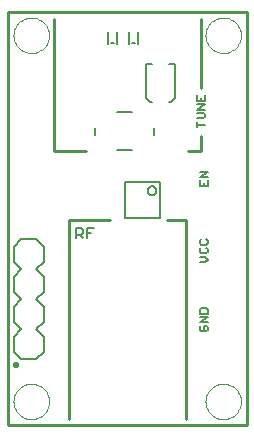
<source format=gto>
G75*
G70*
%OFA0B0*%
%FSLAX24Y24*%
%IPPOS*%
%LPD*%
%AMOC8*
5,1,8,0,0,1.08239X$1,22.5*
%
%ADD10C,0.0100*%
%ADD11C,0.0000*%
%ADD12C,0.0050*%
%ADD13C,0.0060*%
%ADD14C,0.0110*%
%ADD15C,0.0080*%
D10*
X000796Y000151D02*
X008770Y000151D01*
X008770Y013931D01*
X000796Y013931D01*
X000796Y000151D01*
X002846Y000351D02*
X002846Y007001D01*
X004196Y007001D01*
X003396Y009301D02*
X002346Y009301D01*
X002346Y013701D01*
X006096Y007001D02*
X006746Y007001D01*
X006746Y000351D01*
X006796Y009301D02*
X007246Y009301D01*
X007246Y009801D01*
X007246Y011401D02*
X007246Y013701D01*
D11*
X007392Y013143D02*
X007394Y013191D01*
X007400Y013239D01*
X007410Y013286D01*
X007423Y013332D01*
X007441Y013377D01*
X007461Y013421D01*
X007486Y013463D01*
X007514Y013502D01*
X007544Y013539D01*
X007578Y013573D01*
X007615Y013605D01*
X007653Y013634D01*
X007694Y013659D01*
X007737Y013681D01*
X007782Y013699D01*
X007828Y013713D01*
X007875Y013724D01*
X007923Y013731D01*
X007971Y013734D01*
X008019Y013733D01*
X008067Y013728D01*
X008115Y013719D01*
X008161Y013707D01*
X008206Y013690D01*
X008250Y013670D01*
X008292Y013647D01*
X008332Y013620D01*
X008370Y013590D01*
X008405Y013557D01*
X008437Y013521D01*
X008467Y013483D01*
X008493Y013442D01*
X008515Y013399D01*
X008535Y013355D01*
X008550Y013310D01*
X008562Y013263D01*
X008570Y013215D01*
X008574Y013167D01*
X008574Y013119D01*
X008570Y013071D01*
X008562Y013023D01*
X008550Y012976D01*
X008535Y012931D01*
X008515Y012887D01*
X008493Y012844D01*
X008467Y012803D01*
X008437Y012765D01*
X008405Y012729D01*
X008370Y012696D01*
X008332Y012666D01*
X008292Y012639D01*
X008250Y012616D01*
X008206Y012596D01*
X008161Y012579D01*
X008115Y012567D01*
X008067Y012558D01*
X008019Y012553D01*
X007971Y012552D01*
X007923Y012555D01*
X007875Y012562D01*
X007828Y012573D01*
X007782Y012587D01*
X007737Y012605D01*
X007694Y012627D01*
X007653Y012652D01*
X007615Y012681D01*
X007578Y012713D01*
X007544Y012747D01*
X007514Y012784D01*
X007486Y012823D01*
X007461Y012865D01*
X007441Y012909D01*
X007423Y012954D01*
X007410Y013000D01*
X007400Y013047D01*
X007394Y013095D01*
X007392Y013143D01*
X000993Y013143D02*
X000995Y013191D01*
X001001Y013239D01*
X001011Y013286D01*
X001024Y013332D01*
X001042Y013377D01*
X001062Y013421D01*
X001087Y013463D01*
X001115Y013502D01*
X001145Y013539D01*
X001179Y013573D01*
X001216Y013605D01*
X001254Y013634D01*
X001295Y013659D01*
X001338Y013681D01*
X001383Y013699D01*
X001429Y013713D01*
X001476Y013724D01*
X001524Y013731D01*
X001572Y013734D01*
X001620Y013733D01*
X001668Y013728D01*
X001716Y013719D01*
X001762Y013707D01*
X001807Y013690D01*
X001851Y013670D01*
X001893Y013647D01*
X001933Y013620D01*
X001971Y013590D01*
X002006Y013557D01*
X002038Y013521D01*
X002068Y013483D01*
X002094Y013442D01*
X002116Y013399D01*
X002136Y013355D01*
X002151Y013310D01*
X002163Y013263D01*
X002171Y013215D01*
X002175Y013167D01*
X002175Y013119D01*
X002171Y013071D01*
X002163Y013023D01*
X002151Y012976D01*
X002136Y012931D01*
X002116Y012887D01*
X002094Y012844D01*
X002068Y012803D01*
X002038Y012765D01*
X002006Y012729D01*
X001971Y012696D01*
X001933Y012666D01*
X001893Y012639D01*
X001851Y012616D01*
X001807Y012596D01*
X001762Y012579D01*
X001716Y012567D01*
X001668Y012558D01*
X001620Y012553D01*
X001572Y012552D01*
X001524Y012555D01*
X001476Y012562D01*
X001429Y012573D01*
X001383Y012587D01*
X001338Y012605D01*
X001295Y012627D01*
X001254Y012652D01*
X001216Y012681D01*
X001179Y012713D01*
X001145Y012747D01*
X001115Y012784D01*
X001087Y012823D01*
X001062Y012865D01*
X001042Y012909D01*
X001024Y012954D01*
X001011Y013000D01*
X001001Y013047D01*
X000995Y013095D01*
X000993Y013143D01*
X000993Y000939D02*
X000995Y000987D01*
X001001Y001035D01*
X001011Y001082D01*
X001024Y001128D01*
X001042Y001173D01*
X001062Y001217D01*
X001087Y001259D01*
X001115Y001298D01*
X001145Y001335D01*
X001179Y001369D01*
X001216Y001401D01*
X001254Y001430D01*
X001295Y001455D01*
X001338Y001477D01*
X001383Y001495D01*
X001429Y001509D01*
X001476Y001520D01*
X001524Y001527D01*
X001572Y001530D01*
X001620Y001529D01*
X001668Y001524D01*
X001716Y001515D01*
X001762Y001503D01*
X001807Y001486D01*
X001851Y001466D01*
X001893Y001443D01*
X001933Y001416D01*
X001971Y001386D01*
X002006Y001353D01*
X002038Y001317D01*
X002068Y001279D01*
X002094Y001238D01*
X002116Y001195D01*
X002136Y001151D01*
X002151Y001106D01*
X002163Y001059D01*
X002171Y001011D01*
X002175Y000963D01*
X002175Y000915D01*
X002171Y000867D01*
X002163Y000819D01*
X002151Y000772D01*
X002136Y000727D01*
X002116Y000683D01*
X002094Y000640D01*
X002068Y000599D01*
X002038Y000561D01*
X002006Y000525D01*
X001971Y000492D01*
X001933Y000462D01*
X001893Y000435D01*
X001851Y000412D01*
X001807Y000392D01*
X001762Y000375D01*
X001716Y000363D01*
X001668Y000354D01*
X001620Y000349D01*
X001572Y000348D01*
X001524Y000351D01*
X001476Y000358D01*
X001429Y000369D01*
X001383Y000383D01*
X001338Y000401D01*
X001295Y000423D01*
X001254Y000448D01*
X001216Y000477D01*
X001179Y000509D01*
X001145Y000543D01*
X001115Y000580D01*
X001087Y000619D01*
X001062Y000661D01*
X001042Y000705D01*
X001024Y000750D01*
X001011Y000796D01*
X001001Y000843D01*
X000995Y000891D01*
X000993Y000939D01*
X007392Y000939D02*
X007394Y000987D01*
X007400Y001035D01*
X007410Y001082D01*
X007423Y001128D01*
X007441Y001173D01*
X007461Y001217D01*
X007486Y001259D01*
X007514Y001298D01*
X007544Y001335D01*
X007578Y001369D01*
X007615Y001401D01*
X007653Y001430D01*
X007694Y001455D01*
X007737Y001477D01*
X007782Y001495D01*
X007828Y001509D01*
X007875Y001520D01*
X007923Y001527D01*
X007971Y001530D01*
X008019Y001529D01*
X008067Y001524D01*
X008115Y001515D01*
X008161Y001503D01*
X008206Y001486D01*
X008250Y001466D01*
X008292Y001443D01*
X008332Y001416D01*
X008370Y001386D01*
X008405Y001353D01*
X008437Y001317D01*
X008467Y001279D01*
X008493Y001238D01*
X008515Y001195D01*
X008535Y001151D01*
X008550Y001106D01*
X008562Y001059D01*
X008570Y001011D01*
X008574Y000963D01*
X008574Y000915D01*
X008570Y000867D01*
X008562Y000819D01*
X008550Y000772D01*
X008535Y000727D01*
X008515Y000683D01*
X008493Y000640D01*
X008467Y000599D01*
X008437Y000561D01*
X008405Y000525D01*
X008370Y000492D01*
X008332Y000462D01*
X008292Y000435D01*
X008250Y000412D01*
X008206Y000392D01*
X008161Y000375D01*
X008115Y000363D01*
X008067Y000354D01*
X008019Y000349D01*
X007971Y000348D01*
X007923Y000351D01*
X007875Y000358D01*
X007828Y000369D01*
X007782Y000383D01*
X007737Y000401D01*
X007694Y000423D01*
X007653Y000448D01*
X007615Y000477D01*
X007578Y000509D01*
X007544Y000543D01*
X007514Y000580D01*
X007486Y000619D01*
X007461Y000661D01*
X007441Y000705D01*
X007423Y000750D01*
X007410Y000796D01*
X007400Y000843D01*
X007394Y000891D01*
X007392Y000939D01*
D12*
X007426Y003276D02*
X007246Y003276D01*
X007201Y003321D01*
X007201Y003411D01*
X007246Y003456D01*
X007336Y003456D02*
X007336Y003366D01*
X007336Y003456D02*
X007426Y003456D01*
X007471Y003411D01*
X007471Y003321D01*
X007426Y003276D01*
X007471Y003571D02*
X007201Y003571D01*
X007471Y003751D01*
X007201Y003751D01*
X007201Y003865D02*
X007201Y004001D01*
X007246Y004046D01*
X007426Y004046D01*
X007471Y004001D01*
X007471Y003865D01*
X007201Y003865D01*
X007201Y005576D02*
X007381Y005576D01*
X007471Y005666D01*
X007381Y005756D01*
X007201Y005756D01*
X007246Y005871D02*
X007201Y005916D01*
X007201Y006006D01*
X007246Y006051D01*
X007246Y006165D02*
X007426Y006165D01*
X007471Y006210D01*
X007471Y006301D01*
X007426Y006346D01*
X007246Y006346D02*
X007201Y006301D01*
X007201Y006210D01*
X007246Y006165D01*
X007426Y006051D02*
X007471Y006006D01*
X007471Y005916D01*
X007426Y005871D01*
X007246Y005871D01*
X005887Y007061D02*
X005887Y008242D01*
X004706Y008242D01*
X004706Y007061D01*
X005887Y007061D01*
X005469Y007966D02*
X005471Y007989D01*
X005477Y008012D01*
X005486Y008034D01*
X005499Y008053D01*
X005515Y008070D01*
X005533Y008085D01*
X005554Y008096D01*
X005576Y008104D01*
X005599Y008108D01*
X005623Y008108D01*
X005646Y008104D01*
X005668Y008096D01*
X005689Y008085D01*
X005707Y008070D01*
X005723Y008053D01*
X005736Y008034D01*
X005745Y008012D01*
X005751Y007989D01*
X005753Y007966D01*
X005751Y007943D01*
X005745Y007920D01*
X005736Y007898D01*
X005723Y007879D01*
X005707Y007862D01*
X005689Y007847D01*
X005668Y007836D01*
X005646Y007828D01*
X005623Y007824D01*
X005599Y007824D01*
X005576Y007828D01*
X005554Y007836D01*
X005533Y007847D01*
X005515Y007862D01*
X005499Y007879D01*
X005486Y007898D01*
X005477Y007920D01*
X005471Y007943D01*
X005469Y007966D01*
X007101Y010076D02*
X007101Y010256D01*
X007101Y010166D02*
X007371Y010166D01*
X007326Y010371D02*
X007371Y010416D01*
X007371Y010506D01*
X007326Y010551D01*
X007101Y010551D01*
X007101Y010665D02*
X007371Y010846D01*
X007101Y010846D01*
X007101Y010960D02*
X007371Y010960D01*
X007371Y011140D01*
X007236Y011050D02*
X007236Y010960D01*
X007101Y010960D02*
X007101Y011140D01*
X007101Y010665D02*
X007371Y010665D01*
X007326Y010371D02*
X007101Y010371D01*
X006388Y011059D02*
X006388Y012181D01*
X006172Y012181D01*
X005621Y012181D02*
X005404Y012181D01*
X005404Y011059D01*
X005542Y010921D01*
X005621Y010921D01*
X006172Y010921D02*
X006251Y010921D01*
X006388Y011059D01*
X005154Y012854D02*
X005154Y013248D01*
X004839Y013248D02*
X004839Y012854D01*
X004957Y012894D02*
X005036Y012894D01*
X004454Y012854D02*
X004454Y013248D01*
X004139Y013248D02*
X004139Y012854D01*
X004257Y012894D02*
X004336Y012894D01*
X007201Y008601D02*
X007471Y008601D01*
X007201Y008421D01*
X007471Y008421D01*
X007471Y008306D02*
X007471Y008126D01*
X007201Y008126D01*
X007201Y008306D01*
X007336Y008216D02*
X007336Y008126D01*
D13*
X003685Y006721D02*
X003458Y006721D01*
X003458Y006381D01*
X003316Y006381D02*
X003203Y006495D01*
X003260Y006495D02*
X003090Y006495D01*
X003090Y006381D02*
X003090Y006721D01*
X003260Y006721D01*
X003316Y006665D01*
X003316Y006551D01*
X003260Y006495D01*
X003458Y006551D02*
X003571Y006551D01*
D14*
X001100Y002205D02*
X001001Y002205D01*
X001001Y002106D01*
X001100Y002106D01*
X001100Y002205D01*
D15*
X001246Y002351D02*
X000996Y002601D01*
X000996Y003101D01*
X001246Y003351D01*
X000996Y003601D01*
X000996Y004101D01*
X001246Y004351D01*
X000996Y004601D01*
X000996Y005101D01*
X001246Y005351D01*
X000996Y005601D01*
X000996Y006101D01*
X001246Y006351D01*
X001746Y006351D01*
X001996Y006101D01*
X001996Y005601D01*
X001746Y005351D01*
X001996Y005101D01*
X001996Y004601D01*
X001746Y004351D01*
X001996Y004101D01*
X001996Y003601D01*
X001746Y003351D01*
X001996Y003101D01*
X001996Y002601D01*
X001746Y002351D01*
X001246Y002351D01*
X004460Y009321D02*
X004932Y009321D01*
X005680Y009833D02*
X005680Y010069D01*
X004932Y010581D02*
X004460Y010581D01*
X003712Y010069D02*
X003712Y009833D01*
M02*

</source>
